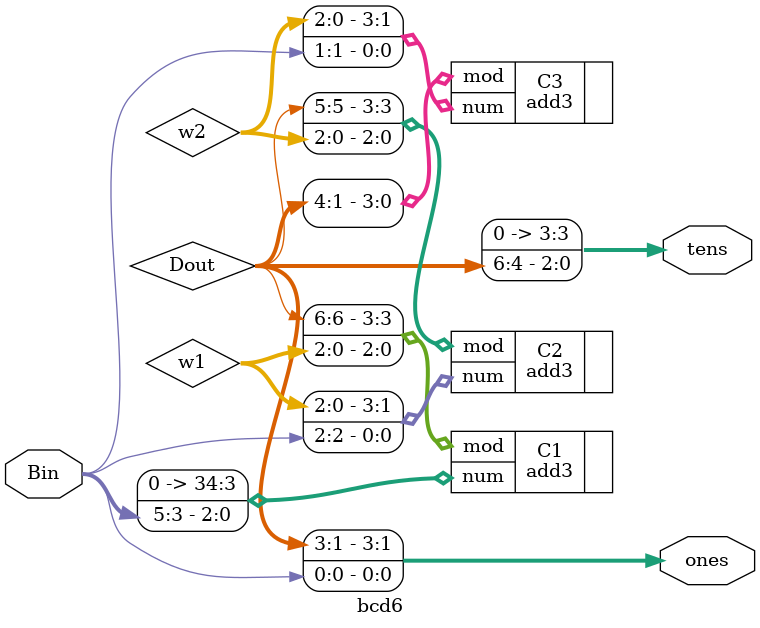
<source format=sv>
`timescale 1ns / 1ps


module bcd6(
    input [5:0] Bin,
    output [3:0] ones,
    output [3:0] tens
    );
    
    wire [2:0] w1, w2;
    wire [6:1] Dout;
    
    add3 C1(
        .num({ 0, Bin[5:3] }),
        .mod({ Dout[6], w1 })
    );
    
    add3 C2(
        .num({ w1, Bin[2] }),
        .mod({ Dout[5], w2})
    );
            
    add3 C3(
        .num({ w2, Bin[1] }),
        .mod(Dout[4:1])
    );
    
    assign ones = {Dout[3:1], Bin[0]};
    assign tens = {0, Dout[6:4]};
    
endmodule

</source>
